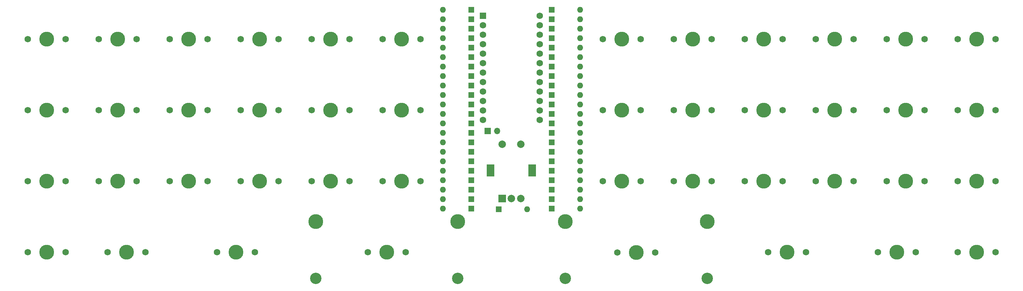
<source format=gbr>
%TF.GenerationSoftware,KiCad,Pcbnew,(6.0.7)*%
%TF.CreationDate,2023-01-10T09:57:21+01:00*%
%TF.ProjectId,skoosk pcb simple,736b6f6f-736b-4207-9063-622073696d70,rev?*%
%TF.SameCoordinates,Original*%
%TF.FileFunction,Soldermask,Top*%
%TF.FilePolarity,Negative*%
%FSLAX46Y46*%
G04 Gerber Fmt 4.6, Leading zero omitted, Abs format (unit mm)*
G04 Created by KiCad (PCBNEW (6.0.7)) date 2023-01-10 09:57:21*
%MOMM*%
%LPD*%
G01*
G04 APERTURE LIST*
%ADD10R,1.600000X1.600000*%
%ADD11O,1.600000X1.600000*%
%ADD12C,1.750000*%
%ADD13C,3.987800*%
%ADD14R,1.752600X1.752600*%
%ADD15C,1.752600*%
%ADD16C,3.048000*%
%ADD17R,2.000000X2.000000*%
%ADD18C,2.000000*%
%ADD19R,2.000000X3.200000*%
%ADD20R,1.700000X1.700000*%
%ADD21O,1.700000X1.700000*%
G04 APERTURE END LIST*
D10*
%TO.C,D28*%
X128270000Y-51689000D03*
D11*
X120650000Y-51689000D03*
%TD*%
D12*
%TO.C,MX30*%
X114617500Y-59563000D03*
X104457500Y-59563000D03*
D13*
X109537500Y-59563000D03*
%TD*%
D14*
%TO.C,U1*%
X131445000Y-15194700D03*
D15*
X131445000Y-17734700D03*
X131445000Y-20274700D03*
X131445000Y-22814700D03*
X131445000Y-25354700D03*
X131445000Y-27894700D03*
X131445000Y-30434700D03*
X131445000Y-32974700D03*
X131445000Y-35514700D03*
X131445000Y-38054700D03*
X131445000Y-40594700D03*
X131445000Y-43134700D03*
X146685000Y-43134700D03*
X146685000Y-40594700D03*
X146685000Y-38054700D03*
X146685000Y-35514700D03*
X146685000Y-32974700D03*
X146685000Y-30434700D03*
X146685000Y-27894700D03*
X146685000Y-25354700D03*
X146685000Y-22814700D03*
X146685000Y-20274700D03*
X146685000Y-17734700D03*
X146685000Y-15194700D03*
%TD*%
D12*
%TO.C,MX16*%
X76517500Y-40513000D03*
D13*
X71437500Y-40513000D03*
D12*
X66357500Y-40513000D03*
%TD*%
D10*
%TO.C,D3*%
X128270000Y-18669000D03*
D11*
X120650000Y-18669000D03*
%TD*%
D13*
%TO.C,MX14*%
X33337500Y-40513000D03*
D12*
X28257500Y-40513000D03*
X38417500Y-40513000D03*
%TD*%
D13*
%TO.C,MX44*%
X263906000Y-78613000D03*
D12*
X268986000Y-78613000D03*
X258826000Y-78613000D03*
%TD*%
%TO.C,MX28*%
X76517500Y-59563000D03*
X66357500Y-59563000D03*
D13*
X71437500Y-59563000D03*
%TD*%
D10*
%TO.C,D14*%
X128270000Y-31369000D03*
D11*
X120650000Y-31369000D03*
%TD*%
D10*
%TO.C,D43*%
X149860000Y-61849000D03*
D11*
X157480000Y-61849000D03*
%TD*%
D16*
%TO.C,MX41*%
X153501100Y-85604000D03*
X191601100Y-85604000D03*
D13*
X172551100Y-78619000D03*
X191601100Y-70364000D03*
X153501100Y-70364000D03*
D12*
X167471100Y-78619000D03*
X177631100Y-78619000D03*
%TD*%
D10*
%TO.C,D2*%
X128270000Y-16129000D03*
D11*
X120650000Y-16129000D03*
%TD*%
D10*
%TO.C,D23*%
X149860000Y-31369000D03*
D11*
X157480000Y-31369000D03*
%TD*%
D12*
%TO.C,MX35*%
X239776000Y-59563000D03*
D13*
X244856000Y-59563000D03*
D12*
X249936000Y-59563000D03*
%TD*%
%TO.C,MX24*%
X258826000Y-40513000D03*
X268986000Y-40513000D03*
D13*
X263906000Y-40513000D03*
%TD*%
%TO.C,MX43*%
X242468400Y-78613000D03*
D12*
X237388400Y-78613000D03*
X247548400Y-78613000D03*
%TD*%
D17*
%TO.C,SW2*%
X136565000Y-64146000D03*
D18*
X141565000Y-64146000D03*
X139065000Y-64146000D03*
D19*
X133465000Y-56646000D03*
X144665000Y-56646000D03*
D18*
X141565000Y-49646000D03*
X136565000Y-49646000D03*
%TD*%
D10*
%TO.C,D6*%
X128270000Y-26289000D03*
D11*
X120650000Y-26289000D03*
%TD*%
D13*
%TO.C,MX26*%
X33337500Y-59563000D03*
D12*
X28257500Y-59563000D03*
X38417500Y-59563000D03*
%TD*%
D10*
%TO.C,D34*%
X149860000Y-49149000D03*
D11*
X157480000Y-49149000D03*
%TD*%
D12*
%TO.C,MX7*%
X173736000Y-21463000D03*
D13*
X168656000Y-21463000D03*
D12*
X163576000Y-21463000D03*
%TD*%
D20*
%TO.C,SW1*%
X132710000Y-46101000D03*
D21*
X135250000Y-46101000D03*
%TD*%
D13*
%TO.C,MX5*%
X90487500Y-21463000D03*
D12*
X95567500Y-21463000D03*
X85407500Y-21463000D03*
%TD*%
D10*
%TO.C,D5*%
X128270000Y-23749000D03*
D11*
X120650000Y-23749000D03*
%TD*%
D13*
%TO.C,MX15*%
X52387500Y-40513000D03*
D12*
X57467500Y-40513000D03*
X47307500Y-40513000D03*
%TD*%
D10*
%TO.C,D40*%
X128270000Y-66929000D03*
D11*
X120650000Y-66929000D03*
%TD*%
D10*
%TO.C,D4*%
X128270000Y-21209000D03*
D11*
X120650000Y-21209000D03*
%TD*%
D10*
%TO.C,D24*%
X149860000Y-28829000D03*
D11*
X157480000Y-28829000D03*
%TD*%
D12*
%TO.C,MX18*%
X104457500Y-40513000D03*
D13*
X109537500Y-40513000D03*
D12*
X114617500Y-40513000D03*
%TD*%
%TO.C,MX21*%
X211836000Y-40513000D03*
X201676000Y-40513000D03*
D13*
X206756000Y-40513000D03*
%TD*%
D10*
%TO.C,D39*%
X128270000Y-64389000D03*
D11*
X120650000Y-64389000D03*
%TD*%
D13*
%TO.C,MX11*%
X244856000Y-21463000D03*
D12*
X249936000Y-21463000D03*
X239776000Y-21463000D03*
%TD*%
D10*
%TO.C,D27*%
X128270000Y-49149000D03*
D11*
X120650000Y-49149000D03*
%TD*%
D10*
%TO.C,D30*%
X128270000Y-56769000D03*
D11*
X120650000Y-56769000D03*
%TD*%
D10*
%TO.C,D22*%
X149860000Y-33909000D03*
D11*
X157480000Y-33909000D03*
%TD*%
D10*
%TO.C,D18*%
X128270000Y-41529000D03*
D11*
X120650000Y-41529000D03*
%TD*%
D13*
%TO.C,MX40*%
X105613200Y-78613000D03*
X86563200Y-70358000D03*
D16*
X124663200Y-85598000D03*
X86563200Y-85598000D03*
D12*
X100533200Y-78613000D03*
D13*
X124663200Y-70358000D03*
D12*
X110693200Y-78613000D03*
%TD*%
D10*
%TO.C,D21*%
X149860000Y-36449000D03*
D11*
X157480000Y-36449000D03*
%TD*%
D10*
%TO.C,D36*%
X149860000Y-44069000D03*
D11*
X157480000Y-44069000D03*
%TD*%
D13*
%TO.C,MX10*%
X225806000Y-21463000D03*
D12*
X220726000Y-21463000D03*
X230886000Y-21463000D03*
%TD*%
D10*
%TO.C,D31*%
X149860000Y-56769000D03*
D11*
X157480000Y-56769000D03*
%TD*%
D10*
%TO.C,D32*%
X149860000Y-54229000D03*
D11*
X157480000Y-54229000D03*
%TD*%
D13*
%TO.C,MX4*%
X71437500Y-21463000D03*
D12*
X76517500Y-21463000D03*
X66357500Y-21463000D03*
%TD*%
%TO.C,MX32*%
X182626000Y-59563000D03*
D13*
X187706000Y-59563000D03*
D12*
X192786000Y-59563000D03*
%TD*%
%TO.C,MX22*%
X230886000Y-40513000D03*
D13*
X225806000Y-40513000D03*
D12*
X220726000Y-40513000D03*
%TD*%
D10*
%TO.C,D35*%
X149860000Y-46609000D03*
D11*
X157480000Y-46609000D03*
%TD*%
D10*
%TO.C,D12*%
X149860000Y-13589000D03*
D11*
X157480000Y-13589000D03*
%TD*%
D12*
%TO.C,MX27*%
X47307500Y-59563000D03*
X57467500Y-59563000D03*
D13*
X52387500Y-59563000D03*
%TD*%
D12*
%TO.C,MX36*%
X258826000Y-59563000D03*
X268986000Y-59563000D03*
D13*
X263906000Y-59563000D03*
%TD*%
D10*
%TO.C,D9*%
X149860000Y-21209000D03*
D11*
X157480000Y-21209000D03*
%TD*%
D13*
%TO.C,MX20*%
X187706000Y-40513000D03*
D12*
X182626000Y-40513000D03*
X192786000Y-40513000D03*
%TD*%
D10*
%TO.C,D15*%
X128270000Y-33909000D03*
D11*
X120650000Y-33909000D03*
%TD*%
D10*
%TO.C,D51*%
X135636000Y-67056000D03*
D11*
X143256000Y-67056000D03*
%TD*%
D10*
%TO.C,D7*%
X149860000Y-26289000D03*
D11*
X157480000Y-26289000D03*
%TD*%
D12*
%TO.C,MX25*%
X9207500Y-59563000D03*
X19367500Y-59563000D03*
D13*
X14287500Y-59563000D03*
%TD*%
D10*
%TO.C,D33*%
X149860000Y-51689000D03*
D11*
X157480000Y-51689000D03*
%TD*%
D10*
%TO.C,D17*%
X128270000Y-38989000D03*
D11*
X120650000Y-38989000D03*
%TD*%
D10*
%TO.C,D16*%
X128270000Y-36449000D03*
D11*
X120650000Y-36449000D03*
%TD*%
D12*
%TO.C,MX42*%
X218109800Y-78613000D03*
D13*
X213029800Y-78613000D03*
D12*
X207949800Y-78613000D03*
%TD*%
%TO.C,MX33*%
X201676000Y-59563000D03*
D13*
X206756000Y-59563000D03*
D12*
X211836000Y-59563000D03*
%TD*%
%TO.C,MX38*%
X40792400Y-78613000D03*
D13*
X35712400Y-78613000D03*
D12*
X30632400Y-78613000D03*
%TD*%
D13*
%TO.C,MX13*%
X14287500Y-40513000D03*
D12*
X9207500Y-40513000D03*
X19367500Y-40513000D03*
%TD*%
D10*
%TO.C,D42*%
X149860000Y-64389000D03*
D11*
X157480000Y-64389000D03*
%TD*%
D12*
%TO.C,MX6*%
X104457500Y-21463000D03*
D13*
X109537500Y-21463000D03*
D12*
X114617500Y-21463000D03*
%TD*%
%TO.C,MX3*%
X47307500Y-21463000D03*
X57467500Y-21463000D03*
D13*
X52387500Y-21463000D03*
%TD*%
D12*
%TO.C,MX2*%
X38417500Y-21463000D03*
D13*
X33337500Y-21463000D03*
D12*
X28257500Y-21463000D03*
%TD*%
%TO.C,MX17*%
X85407500Y-40513000D03*
X95567500Y-40513000D03*
D13*
X90487500Y-40513000D03*
%TD*%
D10*
%TO.C,D11*%
X149860000Y-16129000D03*
D11*
X157480000Y-16129000D03*
%TD*%
D12*
%TO.C,MX1*%
X19367500Y-21463000D03*
X9207500Y-21463000D03*
D13*
X14287500Y-21463000D03*
%TD*%
D10*
%TO.C,D25*%
X128270000Y-44069000D03*
D11*
X120650000Y-44069000D03*
%TD*%
D13*
%TO.C,MX37*%
X14287500Y-78613000D03*
D12*
X9207500Y-78613000D03*
X19367500Y-78613000D03*
%TD*%
%TO.C,MX39*%
X60045600Y-78613000D03*
X70205600Y-78613000D03*
D13*
X65125600Y-78613000D03*
%TD*%
D10*
%TO.C,D19*%
X149860000Y-41529000D03*
D11*
X157480000Y-41529000D03*
%TD*%
D10*
%TO.C,D8*%
X149860000Y-23749000D03*
D11*
X157480000Y-23749000D03*
%TD*%
D13*
%TO.C,MX23*%
X244856000Y-40513000D03*
D12*
X239776000Y-40513000D03*
X249936000Y-40513000D03*
%TD*%
D10*
%TO.C,D44*%
X149860000Y-59309000D03*
D11*
X157480000Y-59309000D03*
%TD*%
D12*
%TO.C,MX9*%
X201676000Y-21463000D03*
D13*
X206756000Y-21463000D03*
D12*
X211836000Y-21463000D03*
%TD*%
D10*
%TO.C,D20*%
X149860000Y-38989000D03*
D11*
X157480000Y-38989000D03*
%TD*%
D12*
%TO.C,MX34*%
X230886000Y-59563000D03*
X220726000Y-59563000D03*
D13*
X225806000Y-59563000D03*
%TD*%
D10*
%TO.C,D26*%
X128270000Y-46609000D03*
D11*
X120650000Y-46609000D03*
%TD*%
D10*
%TO.C,D1*%
X128270000Y-13589000D03*
D11*
X120650000Y-13589000D03*
%TD*%
D10*
%TO.C,D13*%
X128270000Y-28829000D03*
D11*
X120650000Y-28829000D03*
%TD*%
D12*
%TO.C,MX19*%
X173736000Y-40513000D03*
D13*
X168656000Y-40513000D03*
D12*
X163576000Y-40513000D03*
%TD*%
D10*
%TO.C,D29*%
X128270000Y-54229000D03*
D11*
X120650000Y-54229000D03*
%TD*%
D12*
%TO.C,MX12*%
X268986000Y-21463000D03*
X258826000Y-21463000D03*
D13*
X263906000Y-21463000D03*
%TD*%
D10*
%TO.C,D10*%
X149860000Y-18669000D03*
D11*
X157480000Y-18669000D03*
%TD*%
D10*
%TO.C,D41*%
X149860000Y-66929000D03*
D11*
X157480000Y-66929000D03*
%TD*%
D12*
%TO.C,MX31*%
X163576000Y-59563000D03*
X173736000Y-59563000D03*
D13*
X168656000Y-59563000D03*
%TD*%
D10*
%TO.C,D37*%
X128270000Y-59309000D03*
D11*
X120650000Y-59309000D03*
%TD*%
D12*
%TO.C,MX29*%
X95567500Y-59563000D03*
X85407500Y-59563000D03*
D13*
X90487500Y-59563000D03*
%TD*%
%TO.C,MX8*%
X187706000Y-21463000D03*
D12*
X182626000Y-21463000D03*
X192786000Y-21463000D03*
%TD*%
D10*
%TO.C,D38*%
X128270000Y-61849000D03*
D11*
X120650000Y-61849000D03*
%TD*%
M02*

</source>
